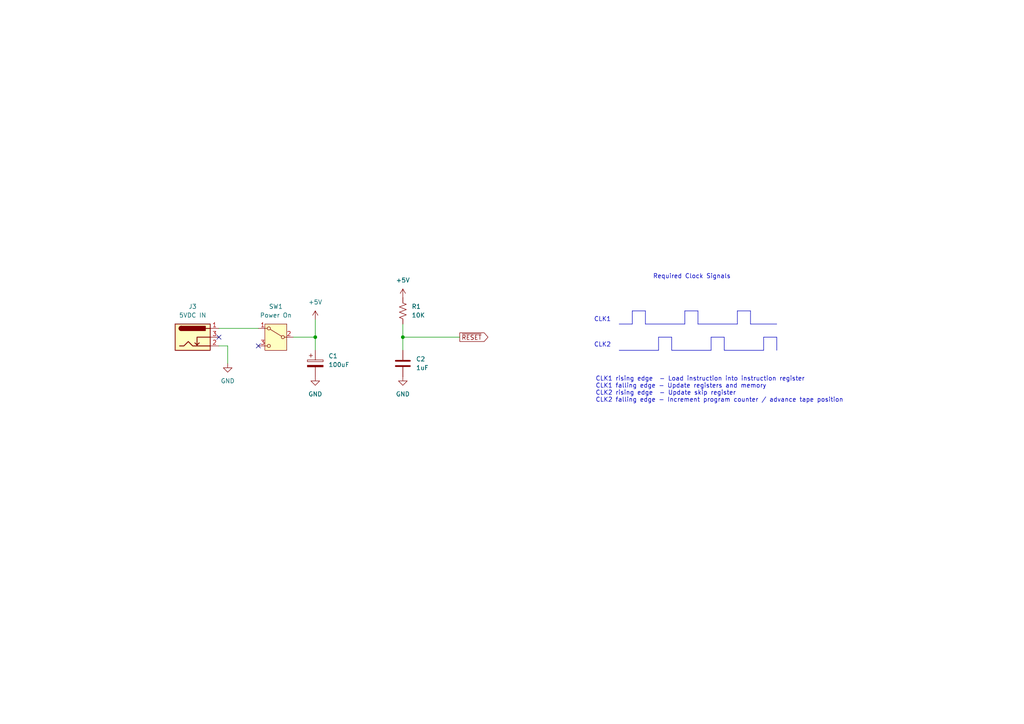
<source format=kicad_sch>
(kicad_sch (version 20231120) (generator "eeschema") (generator_version "8.0")
  (paper "A4")
  (title_block (title "UE14500 TTL 1-bit Microprocessor") (date "2025") (rev "1") (comment 1 "Copyright (c) 2025 Rhys Weatherley") (comment 3 "Power Supply and Reset"))
  (lib_symbols
    (symbol "Connector:Barrel_Jack_Switch" (pin_names hide)
      (property "Reference" "J" (at 0 5.334 0))
      (property "Value" "Barrel_Jack_Switch" (at 0 -5.08 0))
      (symbol "Barrel_Jack_Switch_0_1"
        (rectangle (start -5.08 3.81) (end 5.08 -3.81) (stroke (width 0.254)) (fill (type background)))
        (arc (start -3.302 3.175) (mid -3.9343 2.54) (end -3.302 1.905) (stroke (width 0.254)))
        (arc (start -3.302 3.175) (mid -3.9343 2.54) (end -3.302 1.905) (stroke (width 0.254)) (fill (type outline)))
        (polyline (pts (xy 1.27 -2.286) (xy 1.905 -1.651)) (stroke (width 0.254)))
        (polyline (pts (xy 5.08 2.54) (xy 3.81 2.54)) (stroke (width 0.254)))
        (polyline (pts (xy 5.08 0) (xy 1.27 0) (xy 1.27 -2.286) (xy 0.635 -1.651)) (stroke (width 0.254)))
        (polyline (pts (xy -3.81 -2.54) (xy -2.54 -2.54) (xy -1.27 -1.27) (xy 0 -2.54) (xy 2.54 -2.54) (xy 5.08 -2.54)) (stroke (width 0.254)))
        (rectangle (start 3.683 3.175) (end -3.302 1.905) (stroke (width 0.254)) (fill (type outline)))
      )
      (symbol "Barrel_Jack_Switch_1_1"
        (pin passive line (at 7.62 2.54 180) (length 2.54) (name "~") (number "1"))
        (pin passive line (at 7.62 -2.54 180) (length 2.54) (name "~") (number "2"))
        (pin passive line (at 7.62 0 180) (length 2.54) (name "~") (number "3"))
      )
    )
    (symbol "Device:C" (pin_numbers hide) (pin_names (offset 0.254))
      (property "Reference" "C" (at 0.635 2.54 0))
      (property "Value" "C" (at 0.635 -2.54 0))
      (symbol "C_0_1"
        (polyline (pts (xy -2.032 -0.762) (xy 2.032 -0.762)) (stroke (width 0.508)))
        (polyline (pts (xy -2.032 0.762) (xy 2.032 0.762)) (stroke (width 0.508)))
      )
      (symbol "C_1_1"
        (pin passive line (at 0 3.81 270) (length 2.794) (name "~") (number "1"))
        (pin passive line (at 0 -3.81 90) (length 2.794) (name "~") (number "2"))
      )
    )
    (symbol "Device:C_Polarized" (pin_numbers hide) (pin_names (offset 0.254))
      (property "Reference" "C" (at 0.635 2.54 0))
      (property "Value" "C_Polarized" (at 0.635 -2.54 0))
      (symbol "C_Polarized_0_1"
        (rectangle (start -2.286 0.508) (end 2.286 1.016))
        (polyline (pts (xy -1.778 2.286) (xy -0.762 2.286)))
        (polyline (pts (xy -1.27 2.794) (xy -1.27 1.778)))
        (rectangle (start 2.286 -0.508) (end -2.286 -1.016) (fill (type outline)))
      )
      (symbol "C_Polarized_1_1"
        (pin passive line (at 0 3.81 270) (length 2.794) (name "~") (number "1"))
        (pin passive line (at 0 -3.81 90) (length 2.794) (name "~") (number "2"))
      )
    )
    (symbol "Device:R_US" (pin_numbers hide) (pin_names (offset 0))
      (property "Reference" "R" (at 2.54 0 90))
      (property "Value" "R_US" (at -2.54 0 90))
      (symbol "R_US_0_1"
        (polyline (pts (xy 0 -2.286) (xy 0 -2.54)))
        (polyline (pts (xy 0 2.286) (xy 0 2.54)))
        (polyline (pts (xy 0 -0.762) (xy 1.016 -1.143) (xy 0 -1.524) (xy -1.016 -1.905) (xy 0 -2.286)))
        (polyline (pts (xy 0 0.762) (xy 1.016 0.381) (xy 0 0) (xy -1.016 -0.381) (xy 0 -0.762)))
        (polyline (pts (xy 0 2.286) (xy 1.016 1.905) (xy 0 1.524) (xy -1.016 1.143) (xy 0 0.762)))
      )
      (symbol "R_US_1_1"
        (pin passive line (at 0 3.81 270) (length 1.27) (name "~") (number "1"))
        (pin passive line (at 0 -3.81 90) (length 1.27) (name "~") (number "2"))
      )
    )
    (symbol "Switch:SW_SPDT" (pin_names (offset 0) hide)
      (property "Reference" "SW" (at 0 5.08 0))
      (property "Value" "SW_SPDT" (at 0 -5.08 0))
      (symbol "SW_SPDT_0_1"
        (circle (center -2.032 0) (radius 0.4572))
        (polyline (pts (xy -1.651 0.254) (xy 1.651 2.286)))
        (circle (center 2.032 -2.54) (radius 0.4572))
        (circle (center 2.032 2.54) (radius 0.4572))
      )
      (symbol "SW_SPDT_1_1"
        (rectangle (start -3.175 3.81) (end 3.175 -3.81) (fill (type background)))
        (pin passive line (at 5.08 2.54 180) (length 2.54) (name "A") (number "1"))
        (pin passive line (at -5.08 0 0) (length 2.54) (name "B") (number "2"))
        (pin passive line (at 5.08 -2.54 180) (length 2.54) (name "C") (number "3"))
      )
    )
    (symbol "power:+5V" (power) (pin_numbers hide) (pin_names (offset 0) hide)
      (property "Value" "+5V" (at 0 3.556 0))
      (symbol "+5V_0_1"
        (polyline (pts (xy -0.762 1.27) (xy 0 2.54)))
        (polyline (pts (xy 0 0) (xy 0 2.54)))
        (polyline (pts (xy 0 2.54) (xy 0.762 1.27)))
      )
      (symbol "+5V_1_1"
        (pin power_in line (at 0 0 90) (length 0) (name "~") (number "1"))
      )
    )
    (symbol "power:GND" (power) (pin_numbers hide) (pin_names (offset 0) hide)
      (property "Value" "GND" (at 0 -3.81 0))
      (symbol "GND_0_1"
        (polyline (pts (xy 0 0) (xy 0 -1.27) (xy 1.27 -1.27) (xy 0 -2.54) (xy -1.27 -1.27) (xy 0 -1.27)))
      )
      (symbol "GND_1_1"
        (pin power_in line (at 0 0 270) (length 0) (name "~") (number "1"))
      )
    )
  )
  (junction (at 116.84 97.79))
  (junction (at 91.44 97.79))
  (no_connect (at 63.5 97.79))
  (no_connect (at 74.93 100.33))
  (wire (pts (xy 66.04 105.41) (xy 66.04 100.33)))
  (polyline (pts (xy 221.488 97.79) (xy 225.298 97.79)))
  (polyline (pts (xy 206.248 101.6) (xy 206.248 97.79)))
  (polyline (pts (xy 210.058 101.6) (xy 221.488 101.6)))
  (wire (pts (xy 116.84 97.79) (xy 133.35 97.79)))
  (wire (pts (xy 91.44 97.79) (xy 91.44 101.6)))
  (polyline (pts (xy 187.198 90.17) (xy 187.198 93.98)))
  (wire (pts (xy 63.5 95.25) (xy 74.93 95.25)))
  (polyline (pts (xy 179.578 93.98) (xy 183.388 93.98)))
  (polyline (pts (xy 191.008 97.79) (xy 194.818 97.79)))
  (wire (pts (xy 85.09 97.79) (xy 91.44 97.79)))
  (polyline (pts (xy 202.438 93.98) (xy 213.868 93.98)))
  (polyline (pts (xy 179.578 101.6) (xy 191.008 101.6)))
  (polyline (pts (xy 183.388 93.98) (xy 183.388 90.17)))
  (polyline (pts (xy 217.678 90.17) (xy 217.678 93.98)))
  (polyline (pts (xy 210.058 97.79) (xy 210.058 101.6)))
  (polyline (pts (xy 194.818 101.6) (xy 206.248 101.6)))
  (polyline (pts (xy 198.628 93.98) (xy 198.628 90.17)))
  (polyline (pts (xy 213.868 93.98) (xy 213.868 90.17)))
  (wire (pts (xy 91.44 92.71) (xy 91.44 97.79)))
  (polyline (pts (xy 217.678 93.98) (xy 225.298 93.98)))
  (polyline (pts (xy 221.488 101.6) (xy 221.488 97.79)))
  (polyline (pts (xy 191.008 101.6) (xy 191.008 97.79)))
  (wire (pts (xy 116.84 97.79) (xy 116.84 101.6)))
  (polyline (pts (xy 202.438 90.17) (xy 202.438 93.98)))
  (polyline (pts (xy 213.868 90.17) (xy 217.678 90.17)))
  (polyline (pts (xy 206.248 97.79) (xy 210.058 97.79)))
  (polyline (pts (xy 183.388 90.17) (xy 187.198 90.17)))
  (wire (pts (xy 66.04 100.33) (xy 63.5 100.33)))
  (polyline (pts (xy 194.818 97.79) (xy 194.818 101.6)))
  (polyline (pts (xy 198.628 90.17) (xy 202.438 90.17)))
  (wire (pts (xy 116.84 93.98) (xy 116.84 97.79)))
  (polyline (pts (xy 225.298 97.79) (xy 225.298 101.6)))
  (polyline (pts (xy 187.198 93.98) (xy 198.628 93.98)))
  (text "CLK2" (at 174.752 100.076 0) (effects (font (size 1.27 1.27))))
  (text "CLK1" (at 174.752 92.71 0) (effects (font (size 1.27 1.27))))
  (text "CLK1 rising edge  - Load instruction into instruction register\nCLK1 falling edge - Update registers and memory\nCLK2 rising edge  - Update skip register\nCLK2 falling edge - Increment program counter / advance tape position" (at 172.72 113.03 0) (effects (font (size 1.27 1.27)) (justify left)))
  (text "Required Clock Signals" (at 200.66 80.264 0) (effects (font (size 1.27 1.27))))
  (global_label "~{RESET}" (shape output) (at 133.35 97.79 0) (property "Intersheetrefs" "${INTERSHEET_REFS}" (effects (hide yes))))
  (symbol (lib_id "power:+5V") (at 91.44 92.71 0) (unit 1)
    (property "Reference" "#PWR10" (effects (hide yes)))
    (property "Value" "+5V" (at 91.44 87.63 0))
    (property "Description" "Power symbol creates a global label with name \"+5V\"" (effects (hide yes)))
  )
  (symbol (lib_id "Connector:Barrel_Jack_Switch") (at 55.88 97.79 0) (unit 1)
    (property "Reference" "J3" (at 55.88 88.9 0))
    (property "Value" "5VDC IN" (at 55.88 91.44 0))
    (property "Footprint" "Connector_BarrelJack:BarrelJack_Horizontal" (effects (hide yes)))
    (property "Description" "DC Barrel Jack with an internal switch" (effects (hide yes)))
  )
  (symbol (lib_id "Device:R_US") (at 116.84 90.17 180) (unit 1)
    (property "Reference" "R1" (at 119.38 88.8999 0) (effects (justify right)))
    (property "Value" "10K" (at 119.38 91.4399 0) (effects (justify right)))
    (property "Footprint" "Resistor_THT:R_Axial_DIN0207_L6.3mm_D2.5mm_P10.16mm_Horizontal" (effects (hide yes)))
    (property "Description" "Resistor, US symbol" (effects (hide yes)))
  )
  (symbol (lib_id "Switch:SW_SPDT") (at 80.01 97.79 0) (mirror y) (unit 1)
    (property "Reference" "SW1" (at 80.01 88.9 0))
    (property "Value" "Power On" (at 80.01 91.44 0))
    (property "Footprint" "Button_Switch_THT:SW_Slide-03_Wuerth-WS-SLTV_10x2.5x6.4_P2.54mm" (effects (hide yes)))
    (property "Description" "Switch, single pole double throw" (effects (hide yes)))
  )
  (symbol (lib_id "power:GND") (at 116.84 109.22 0) (unit 1)
    (property "Reference" "#PWR13" (effects (hide yes)))
    (property "Value" "GND" (at 116.84 114.3 0))
    (property "Description" "Power symbol creates a global label with name \"GND\" , ground" (effects (hide yes)))
  )
  (symbol (lib_id "Device:C_Polarized") (at 91.44 105.41 0) (unit 1)
    (property "Reference" "C1" (at 95.25 103.2509 0) (effects (justify left)))
    (property "Value" "100uF" (at 95.25 105.7909 0) (effects (justify left)))
    (property "Footprint" "Capacitor_THT:CP_Radial_D6.3mm_P2.50mm" (effects (hide yes)))
    (property "Description" "Polarized capacitor" (effects (hide yes)))
  )
  (symbol (lib_id "power:+5V") (at 116.84 86.36 0) (unit 1)
    (property "Reference" "#PWR12" (effects (hide yes)))
    (property "Value" "+5V" (at 116.84 81.28 0))
    (property "Description" "Power symbol creates a global label with name \"+5V\"" (effects (hide yes)))
  )
  (symbol (lib_id "Device:C") (at 116.84 105.41 0) (unit 1)
    (property "Reference" "C2" (at 120.65 104.1399 0) (effects (justify left)))
    (property "Value" "1uF" (at 120.65 106.6799 0) (effects (justify left)))
    (property "Footprint" "Capacitor_THT:C_Disc_D5.0mm_W2.5mm_P5.00mm" (effects (hide yes)))
    (property "Description" "Unpolarized capacitor" (effects (hide yes)))
  )
  (symbol (lib_id "power:GND") (at 91.44 109.22 0) (unit 1)
    (property "Reference" "#PWR11" (effects (hide yes)))
    (property "Value" "GND" (at 91.44 114.3 0))
    (property "Description" "Power symbol creates a global label with name \"GND\" , ground" (effects (hide yes)))
  )
  (symbol (lib_id "power:GND") (at 66.04 105.41 0) (unit 1)
    (property "Reference" "#PWR9" (effects (hide yes)))
    (property "Value" "GND" (at 66.04 110.49 0))
    (property "Description" "Power symbol creates a global label with name \"GND\" , ground" (effects (hide yes)))
  )
)
</source>
